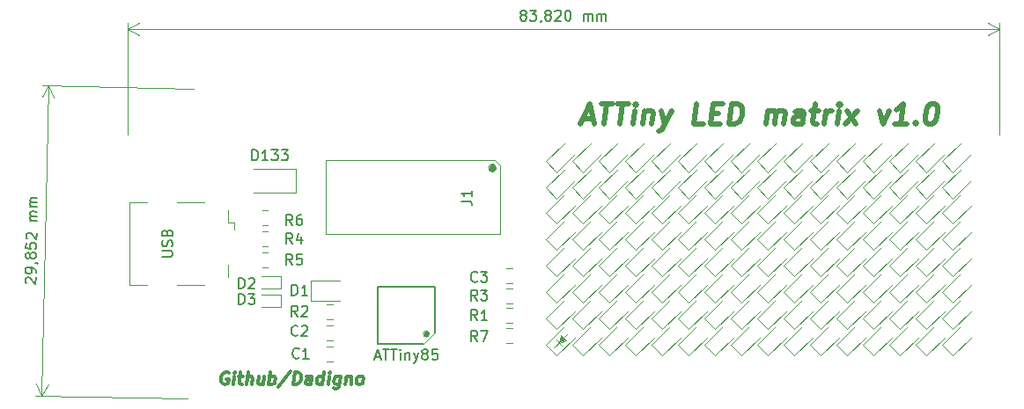
<source format=gbr>
G04 #@! TF.GenerationSoftware,KiCad,Pcbnew,(5.1.5)-3*
G04 #@! TF.CreationDate,2021-03-03T13:10:29+01:00*
G04 #@! TF.ProjectId,LedArray,4c656441-7272-4617-992e-6b696361645f,rev?*
G04 #@! TF.SameCoordinates,Original*
G04 #@! TF.FileFunction,Legend,Top*
G04 #@! TF.FilePolarity,Positive*
%FSLAX46Y46*%
G04 Gerber Fmt 4.6, Leading zero omitted, Abs format (unit mm)*
G04 Created by KiCad (PCBNEW (5.1.5)-3) date 2021-03-03 13:10:29*
%MOMM*%
%LPD*%
G04 APERTURE LIST*
%ADD10C,0.500000*%
%ADD11C,0.150000*%
%ADD12C,0.120000*%
%ADD13C,0.300000*%
%ADD14C,0.100000*%
G04 APERTURE END LIST*
D10*
X78105208Y-94313333D02*
X79057589Y-94313333D01*
X77843303Y-94884761D02*
X78759970Y-92884761D01*
X79176636Y-94884761D01*
X79807589Y-92884761D02*
X80950446Y-92884761D01*
X80129017Y-94884761D02*
X80379017Y-92884761D01*
X81331398Y-92884761D02*
X82474255Y-92884761D01*
X81652827Y-94884761D02*
X81902827Y-92884761D01*
X82890922Y-94884761D02*
X83057589Y-93551428D01*
X83140922Y-92884761D02*
X83033779Y-92980000D01*
X83117113Y-93075238D01*
X83224255Y-92980000D01*
X83140922Y-92884761D01*
X83117113Y-93075238D01*
X84009970Y-93551428D02*
X83843303Y-94884761D01*
X83986160Y-93741904D02*
X84093303Y-93646666D01*
X84295684Y-93551428D01*
X84581398Y-93551428D01*
X84759970Y-93646666D01*
X84831398Y-93837142D01*
X84700446Y-94884761D01*
X85629017Y-93551428D02*
X85938541Y-94884761D01*
X86581398Y-93551428D02*
X85938541Y-94884761D01*
X85688541Y-95360952D01*
X85581398Y-95456190D01*
X85379017Y-95551428D01*
X89652827Y-94884761D02*
X88700446Y-94884761D01*
X88950446Y-92884761D01*
X90450446Y-93837142D02*
X91117113Y-93837142D01*
X91271875Y-94884761D02*
X90319494Y-94884761D01*
X90569494Y-92884761D01*
X91521875Y-92884761D01*
X92129017Y-94884761D02*
X92379017Y-92884761D01*
X92855208Y-92884761D01*
X93129017Y-92980000D01*
X93295684Y-93170476D01*
X93367113Y-93360952D01*
X93414732Y-93741904D01*
X93379017Y-94027619D01*
X93236160Y-94408571D01*
X93117113Y-94599047D01*
X92902827Y-94789523D01*
X92605208Y-94884761D01*
X92129017Y-94884761D01*
X95652827Y-94884761D02*
X95819494Y-93551428D01*
X95795684Y-93741904D02*
X95902827Y-93646666D01*
X96105208Y-93551428D01*
X96390922Y-93551428D01*
X96569494Y-93646666D01*
X96640922Y-93837142D01*
X96509970Y-94884761D01*
X96640922Y-93837142D02*
X96759970Y-93646666D01*
X96962351Y-93551428D01*
X97248065Y-93551428D01*
X97426636Y-93646666D01*
X97498065Y-93837142D01*
X97367113Y-94884761D01*
X99176636Y-94884761D02*
X99307589Y-93837142D01*
X99236160Y-93646666D01*
X99057589Y-93551428D01*
X98676636Y-93551428D01*
X98474255Y-93646666D01*
X99188541Y-94789523D02*
X98986160Y-94884761D01*
X98509970Y-94884761D01*
X98331398Y-94789523D01*
X98259970Y-94599047D01*
X98283779Y-94408571D01*
X98402827Y-94218095D01*
X98605208Y-94122857D01*
X99081398Y-94122857D01*
X99283779Y-94027619D01*
X100009970Y-93551428D02*
X100771875Y-93551428D01*
X100379017Y-92884761D02*
X100164732Y-94599047D01*
X100236160Y-94789523D01*
X100414732Y-94884761D01*
X100605208Y-94884761D01*
X101271875Y-94884761D02*
X101438541Y-93551428D01*
X101390922Y-93932380D02*
X101509970Y-93741904D01*
X101617113Y-93646666D01*
X101819494Y-93551428D01*
X102009970Y-93551428D01*
X102509970Y-94884761D02*
X102676636Y-93551428D01*
X102759970Y-92884761D02*
X102652827Y-92980000D01*
X102736160Y-93075238D01*
X102843303Y-92980000D01*
X102759970Y-92884761D01*
X102736160Y-93075238D01*
X103271875Y-94884761D02*
X104486160Y-93551428D01*
X103438541Y-93551428D02*
X104319494Y-94884761D01*
X106581398Y-93551428D02*
X106890922Y-94884761D01*
X107533779Y-93551428D01*
X109176636Y-94884761D02*
X108033779Y-94884761D01*
X108605208Y-94884761D02*
X108855208Y-92884761D01*
X108629017Y-93170476D01*
X108414732Y-93360952D01*
X108212351Y-93456190D01*
X110057589Y-94694285D02*
X110140922Y-94789523D01*
X110033779Y-94884761D01*
X109950446Y-94789523D01*
X110057589Y-94694285D01*
X110033779Y-94884761D01*
X111617113Y-92884761D02*
X111807589Y-92884761D01*
X111986160Y-92980000D01*
X112069494Y-93075238D01*
X112140922Y-93265714D01*
X112188541Y-93646666D01*
X112129017Y-94122857D01*
X111986160Y-94503809D01*
X111867113Y-94694285D01*
X111759970Y-94789523D01*
X111557589Y-94884761D01*
X111367113Y-94884761D01*
X111188541Y-94789523D01*
X111105208Y-94694285D01*
X111033779Y-94503809D01*
X110986160Y-94122857D01*
X111045684Y-93646666D01*
X111188541Y-93265714D01*
X111307589Y-93075238D01*
X111414732Y-92980000D01*
X111617113Y-92884761D01*
D11*
X24521694Y-110170107D02*
X24475099Y-110121486D01*
X24429516Y-110025257D01*
X24434581Y-109787215D01*
X24484215Y-109693012D01*
X24532836Y-109646416D01*
X24629066Y-109600834D01*
X24724282Y-109602860D01*
X24866094Y-109653507D01*
X25425238Y-110236961D01*
X25438406Y-109618054D01*
X25448536Y-109141971D02*
X25452588Y-108951538D01*
X25407005Y-108855309D01*
X25360410Y-108806687D01*
X25219611Y-108708432D01*
X25030191Y-108656772D01*
X24649325Y-108648668D01*
X24553095Y-108694251D01*
X24504474Y-108740846D01*
X24454840Y-108835050D01*
X24450788Y-109025483D01*
X24496370Y-109121712D01*
X24542966Y-109170334D01*
X24637169Y-109219968D01*
X24875211Y-109225032D01*
X24971440Y-109179450D01*
X25020061Y-109132855D01*
X25069696Y-109038651D01*
X25073747Y-108848218D01*
X25028165Y-108751989D01*
X24981570Y-108703367D01*
X24887366Y-108653733D01*
X25421186Y-108188793D02*
X25468795Y-108189806D01*
X25562998Y-108239440D01*
X25609594Y-108288061D01*
X24909651Y-107606351D02*
X24860017Y-107700555D01*
X24811395Y-107747150D01*
X24715166Y-107792732D01*
X24667558Y-107791720D01*
X24573354Y-107742085D01*
X24526759Y-107693464D01*
X24481176Y-107597235D01*
X24485228Y-107406802D01*
X24534862Y-107312598D01*
X24583483Y-107266003D01*
X24679713Y-107220420D01*
X24727321Y-107221433D01*
X24821525Y-107271067D01*
X24868120Y-107319689D01*
X24913703Y-107415918D01*
X24909651Y-107606351D01*
X24955233Y-107702581D01*
X25001828Y-107751202D01*
X25096032Y-107800836D01*
X25286465Y-107804888D01*
X25382695Y-107759305D01*
X25431316Y-107712710D01*
X25480950Y-107618506D01*
X25485002Y-107428073D01*
X25439419Y-107331844D01*
X25392824Y-107283223D01*
X25298620Y-107233589D01*
X25108187Y-107229537D01*
X25011958Y-107275119D01*
X24963337Y-107321714D01*
X24913703Y-107415918D01*
X24508526Y-106311811D02*
X24498396Y-106787894D01*
X24973466Y-106845632D01*
X24926871Y-106797011D01*
X24881288Y-106700781D01*
X24886353Y-106462740D01*
X24935987Y-106368536D01*
X24984608Y-106321941D01*
X25080838Y-106276358D01*
X25318879Y-106281423D01*
X25413083Y-106331057D01*
X25459678Y-106379678D01*
X25505261Y-106475908D01*
X25500196Y-106713949D01*
X25450562Y-106808153D01*
X25401941Y-106854748D01*
X24612859Y-105885363D02*
X24566263Y-105836742D01*
X24520681Y-105740512D01*
X24525746Y-105502471D01*
X24575380Y-105408267D01*
X24624001Y-105361672D01*
X24720231Y-105316089D01*
X24815447Y-105318115D01*
X24957259Y-105368762D01*
X25516403Y-105952217D01*
X25529571Y-105333309D01*
X25554895Y-104143103D02*
X24888379Y-104128921D01*
X24983595Y-104130947D02*
X24937000Y-104082326D01*
X24891418Y-103986097D01*
X24894457Y-103843272D01*
X24944091Y-103749068D01*
X25040320Y-103703486D01*
X25564011Y-103714628D01*
X25040320Y-103703486D02*
X24946117Y-103653852D01*
X24900534Y-103557622D01*
X24903573Y-103414797D01*
X24953207Y-103320594D01*
X25049437Y-103275011D01*
X25573128Y-103286154D01*
X25583257Y-102810071D02*
X24916741Y-102795890D01*
X25011958Y-102797916D02*
X24965363Y-102749294D01*
X24919780Y-102653065D01*
X24922819Y-102510240D01*
X24972453Y-102416036D01*
X25068683Y-102370454D01*
X25592374Y-102381596D01*
X25068683Y-102370454D02*
X24974479Y-102320820D01*
X24928897Y-102224590D01*
X24931935Y-102081766D01*
X24981570Y-101987562D01*
X25077799Y-101941980D01*
X25601490Y-101953122D01*
D12*
X26649312Y-91142326D02*
X26014312Y-120987326D01*
X40640000Y-91440000D02*
X26063024Y-91129852D01*
X40005000Y-121285000D02*
X25428024Y-120974852D01*
X26014312Y-120987326D02*
X25451987Y-119848603D01*
X26014312Y-120987326D02*
X26624563Y-119873551D01*
X26649312Y-91142326D02*
X26039061Y-92256101D01*
X26649312Y-91142326D02*
X27211637Y-92281049D01*
D11*
X72247619Y-84335952D02*
X72152380Y-84288333D01*
X72104761Y-84240714D01*
X72057142Y-84145476D01*
X72057142Y-84097857D01*
X72104761Y-84002619D01*
X72152380Y-83955000D01*
X72247619Y-83907380D01*
X72438095Y-83907380D01*
X72533333Y-83955000D01*
X72580952Y-84002619D01*
X72628571Y-84097857D01*
X72628571Y-84145476D01*
X72580952Y-84240714D01*
X72533333Y-84288333D01*
X72438095Y-84335952D01*
X72247619Y-84335952D01*
X72152380Y-84383571D01*
X72104761Y-84431190D01*
X72057142Y-84526428D01*
X72057142Y-84716904D01*
X72104761Y-84812142D01*
X72152380Y-84859761D01*
X72247619Y-84907380D01*
X72438095Y-84907380D01*
X72533333Y-84859761D01*
X72580952Y-84812142D01*
X72628571Y-84716904D01*
X72628571Y-84526428D01*
X72580952Y-84431190D01*
X72533333Y-84383571D01*
X72438095Y-84335952D01*
X72961904Y-83907380D02*
X73580952Y-83907380D01*
X73247619Y-84288333D01*
X73390476Y-84288333D01*
X73485714Y-84335952D01*
X73533333Y-84383571D01*
X73580952Y-84478809D01*
X73580952Y-84716904D01*
X73533333Y-84812142D01*
X73485714Y-84859761D01*
X73390476Y-84907380D01*
X73104761Y-84907380D01*
X73009523Y-84859761D01*
X72961904Y-84812142D01*
X74057142Y-84859761D02*
X74057142Y-84907380D01*
X74009523Y-85002619D01*
X73961904Y-85050238D01*
X74628571Y-84335952D02*
X74533333Y-84288333D01*
X74485714Y-84240714D01*
X74438095Y-84145476D01*
X74438095Y-84097857D01*
X74485714Y-84002619D01*
X74533333Y-83955000D01*
X74628571Y-83907380D01*
X74819047Y-83907380D01*
X74914285Y-83955000D01*
X74961904Y-84002619D01*
X75009523Y-84097857D01*
X75009523Y-84145476D01*
X74961904Y-84240714D01*
X74914285Y-84288333D01*
X74819047Y-84335952D01*
X74628571Y-84335952D01*
X74533333Y-84383571D01*
X74485714Y-84431190D01*
X74438095Y-84526428D01*
X74438095Y-84716904D01*
X74485714Y-84812142D01*
X74533333Y-84859761D01*
X74628571Y-84907380D01*
X74819047Y-84907380D01*
X74914285Y-84859761D01*
X74961904Y-84812142D01*
X75009523Y-84716904D01*
X75009523Y-84526428D01*
X74961904Y-84431190D01*
X74914285Y-84383571D01*
X74819047Y-84335952D01*
X75390476Y-84002619D02*
X75438095Y-83955000D01*
X75533333Y-83907380D01*
X75771428Y-83907380D01*
X75866666Y-83955000D01*
X75914285Y-84002619D01*
X75961904Y-84097857D01*
X75961904Y-84193095D01*
X75914285Y-84335952D01*
X75342857Y-84907380D01*
X75961904Y-84907380D01*
X76580952Y-83907380D02*
X76676190Y-83907380D01*
X76771428Y-83955000D01*
X76819047Y-84002619D01*
X76866666Y-84097857D01*
X76914285Y-84288333D01*
X76914285Y-84526428D01*
X76866666Y-84716904D01*
X76819047Y-84812142D01*
X76771428Y-84859761D01*
X76676190Y-84907380D01*
X76580952Y-84907380D01*
X76485714Y-84859761D01*
X76438095Y-84812142D01*
X76390476Y-84716904D01*
X76342857Y-84526428D01*
X76342857Y-84288333D01*
X76390476Y-84097857D01*
X76438095Y-84002619D01*
X76485714Y-83955000D01*
X76580952Y-83907380D01*
X78104761Y-84907380D02*
X78104761Y-84240714D01*
X78104761Y-84335952D02*
X78152380Y-84288333D01*
X78247619Y-84240714D01*
X78390476Y-84240714D01*
X78485714Y-84288333D01*
X78533333Y-84383571D01*
X78533333Y-84907380D01*
X78533333Y-84383571D02*
X78580952Y-84288333D01*
X78676190Y-84240714D01*
X78819047Y-84240714D01*
X78914285Y-84288333D01*
X78961904Y-84383571D01*
X78961904Y-84907380D01*
X79438095Y-84907380D02*
X79438095Y-84240714D01*
X79438095Y-84335952D02*
X79485714Y-84288333D01*
X79580952Y-84240714D01*
X79723809Y-84240714D01*
X79819047Y-84288333D01*
X79866666Y-84383571D01*
X79866666Y-84907380D01*
X79866666Y-84383571D02*
X79914285Y-84288333D01*
X80009523Y-84240714D01*
X80152380Y-84240714D01*
X80247619Y-84288333D01*
X80295238Y-84383571D01*
X80295238Y-84907380D01*
D12*
X118110000Y-85725000D02*
X34290000Y-85725000D01*
X118110000Y-95885000D02*
X118110000Y-85138579D01*
X34290000Y-95885000D02*
X34290000Y-85138579D01*
X34290000Y-85725000D02*
X35416504Y-85138579D01*
X34290000Y-85725000D02*
X35416504Y-86311421D01*
X118110000Y-85725000D02*
X116983496Y-85138579D01*
X118110000Y-85725000D02*
X116983496Y-86311421D01*
D13*
X44006696Y-118780000D02*
X43899553Y-118722857D01*
X43728125Y-118722857D01*
X43549553Y-118780000D01*
X43420982Y-118894285D01*
X43349553Y-119008571D01*
X43263839Y-119237142D01*
X43242410Y-119408571D01*
X43270982Y-119637142D01*
X43313839Y-119751428D01*
X43413839Y-119865714D01*
X43578125Y-119922857D01*
X43692410Y-119922857D01*
X43870982Y-119865714D01*
X43935267Y-119808571D01*
X43985267Y-119408571D01*
X43756696Y-119408571D01*
X44435267Y-119922857D02*
X44535267Y-119122857D01*
X44585267Y-118722857D02*
X44520982Y-118780000D01*
X44570982Y-118837142D01*
X44635267Y-118780000D01*
X44585267Y-118722857D01*
X44570982Y-118837142D01*
X44935267Y-119122857D02*
X45392410Y-119122857D01*
X45156696Y-118722857D02*
X45028125Y-119751428D01*
X45070982Y-119865714D01*
X45178125Y-119922857D01*
X45292410Y-119922857D01*
X45692410Y-119922857D02*
X45842410Y-118722857D01*
X46206696Y-119922857D02*
X46285267Y-119294285D01*
X46242410Y-119180000D01*
X46135267Y-119122857D01*
X45963839Y-119122857D01*
X45842410Y-119180000D01*
X45778125Y-119237142D01*
X47392410Y-119122857D02*
X47292410Y-119922857D01*
X46878125Y-119122857D02*
X46799553Y-119751428D01*
X46842410Y-119865714D01*
X46949553Y-119922857D01*
X47120982Y-119922857D01*
X47242410Y-119865714D01*
X47306696Y-119808571D01*
X47863839Y-119922857D02*
X48013839Y-118722857D01*
X47956696Y-119180000D02*
X48078125Y-119122857D01*
X48306696Y-119122857D01*
X48413839Y-119180000D01*
X48463839Y-119237142D01*
X48506696Y-119351428D01*
X48463839Y-119694285D01*
X48392410Y-119808571D01*
X48328125Y-119865714D01*
X48206696Y-119922857D01*
X47978125Y-119922857D01*
X47870982Y-119865714D01*
X49963839Y-118665714D02*
X48742410Y-120208571D01*
X50206696Y-119922857D02*
X50356696Y-118722857D01*
X50642410Y-118722857D01*
X50806696Y-118780000D01*
X50906696Y-118894285D01*
X50949553Y-119008571D01*
X50978125Y-119237142D01*
X50956696Y-119408571D01*
X50870982Y-119637142D01*
X50799553Y-119751428D01*
X50670982Y-119865714D01*
X50492410Y-119922857D01*
X50206696Y-119922857D01*
X51920982Y-119922857D02*
X51999553Y-119294285D01*
X51956696Y-119180000D01*
X51849553Y-119122857D01*
X51620982Y-119122857D01*
X51499553Y-119180000D01*
X51928125Y-119865714D02*
X51806696Y-119922857D01*
X51520982Y-119922857D01*
X51413839Y-119865714D01*
X51370982Y-119751428D01*
X51385267Y-119637142D01*
X51456696Y-119522857D01*
X51578125Y-119465714D01*
X51863839Y-119465714D01*
X51985267Y-119408571D01*
X53006696Y-119922857D02*
X53156696Y-118722857D01*
X53013839Y-119865714D02*
X52892410Y-119922857D01*
X52663839Y-119922857D01*
X52556696Y-119865714D01*
X52506696Y-119808571D01*
X52463839Y-119694285D01*
X52506696Y-119351428D01*
X52578125Y-119237142D01*
X52642410Y-119180000D01*
X52763839Y-119122857D01*
X52992410Y-119122857D01*
X53099553Y-119180000D01*
X53578125Y-119922857D02*
X53678125Y-119122857D01*
X53728125Y-118722857D02*
X53663839Y-118780000D01*
X53713839Y-118837142D01*
X53778125Y-118780000D01*
X53728125Y-118722857D01*
X53713839Y-118837142D01*
X54763839Y-119122857D02*
X54642410Y-120094285D01*
X54570982Y-120208571D01*
X54506696Y-120265714D01*
X54385267Y-120322857D01*
X54213839Y-120322857D01*
X54106696Y-120265714D01*
X54670982Y-119865714D02*
X54549553Y-119922857D01*
X54320982Y-119922857D01*
X54213839Y-119865714D01*
X54163839Y-119808571D01*
X54120982Y-119694285D01*
X54163839Y-119351428D01*
X54235267Y-119237142D01*
X54299553Y-119180000D01*
X54420982Y-119122857D01*
X54649553Y-119122857D01*
X54756696Y-119180000D01*
X55335267Y-119122857D02*
X55235267Y-119922857D01*
X55320982Y-119237142D02*
X55385267Y-119180000D01*
X55506696Y-119122857D01*
X55678125Y-119122857D01*
X55785267Y-119180000D01*
X55828125Y-119294285D01*
X55749553Y-119922857D01*
X56492410Y-119922857D02*
X56385267Y-119865714D01*
X56335267Y-119808571D01*
X56292410Y-119694285D01*
X56335267Y-119351428D01*
X56406696Y-119237142D01*
X56470982Y-119180000D01*
X56592410Y-119122857D01*
X56763839Y-119122857D01*
X56870982Y-119180000D01*
X56920982Y-119237142D01*
X56963839Y-119351428D01*
X56920982Y-119694285D01*
X56849553Y-119808571D01*
X56785267Y-119865714D01*
X56663839Y-119922857D01*
X56492410Y-119922857D01*
D11*
X63837000Y-110529000D02*
X58337000Y-110529000D01*
X62738000Y-116039000D02*
X58337000Y-116039000D01*
X58337000Y-116039000D02*
X58337000Y-110529000D01*
X63837000Y-114935000D02*
X63837000Y-110529000D01*
D12*
X63275981Y-115062000D02*
G75*
G03X63275981Y-115062000I-283981J0D01*
G01*
X63119000Y-115062000D02*
G75*
G03X63119000Y-115062000I-127000J0D01*
G01*
D14*
G36*
X62738000Y-115062000D02*
G01*
X62992000Y-114808000D01*
X63246000Y-115062000D01*
X62992000Y-115316000D01*
X62738000Y-115062000D01*
G37*
X62738000Y-115062000D02*
X62992000Y-114808000D01*
X63246000Y-115062000D01*
X62992000Y-115316000D01*
X62738000Y-115062000D01*
D12*
X62738000Y-114935000D02*
X62992000Y-114808000D01*
X63246000Y-114935000D02*
X62992000Y-114808000D01*
X62738000Y-116039000D02*
X63837000Y-114935000D01*
X75545926Y-117136521D02*
X77285409Y-115397038D01*
X74506479Y-116097074D02*
X75545926Y-117136521D01*
X76245962Y-114357591D02*
X74506479Y-116097074D01*
X75481580Y-115622605D02*
X76020395Y-116161420D01*
X75750987Y-115892013D02*
X75930592Y-115173592D01*
X76379605Y-115622605D02*
X76020395Y-115263395D01*
X75930592Y-115173592D02*
X76469408Y-115712408D01*
X76469408Y-115712408D02*
X75750987Y-115892013D01*
X75750987Y-115892013D02*
X75301974Y-116341026D01*
X75301974Y-116341026D02*
X76649013Y-114993987D01*
X76110197Y-115353197D02*
X75930592Y-115712408D01*
X75930592Y-115712408D02*
X75840790Y-115622605D01*
X75840790Y-115622605D02*
X76020395Y-115263395D01*
X76020395Y-115263395D02*
X75840790Y-115802210D01*
X75840790Y-115802210D02*
X76379605Y-115622605D01*
X76379605Y-115622605D02*
X76020395Y-115622605D01*
X76020395Y-115622605D02*
X76289803Y-115532803D01*
X47179000Y-111287000D02*
X49029000Y-111287000D01*
X47179000Y-112487000D02*
X49029000Y-112487000D01*
X49029000Y-112487000D02*
X49029000Y-111287000D01*
X47179000Y-109509000D02*
X49029000Y-109509000D01*
X47179000Y-110709000D02*
X49029000Y-110709000D01*
X49029000Y-110709000D02*
X49029000Y-109509000D01*
X34477600Y-110335200D02*
X36137600Y-110335200D01*
X34477600Y-102415200D02*
X34477600Y-110335200D01*
X36137600Y-102415200D02*
X34477600Y-102415200D01*
X43947600Y-108425200D02*
X43947600Y-109575200D01*
X44537600Y-104325200D02*
X44537600Y-105025200D01*
X43947600Y-104325200D02*
X44537600Y-104325200D01*
X43947600Y-103175200D02*
X43947600Y-104325200D01*
X41637600Y-110335200D02*
X39037600Y-110335200D01*
X39037600Y-102415200D02*
X41637600Y-102415200D01*
X51861000Y-111831000D02*
X54721000Y-111831000D01*
X51861000Y-109911000D02*
X51861000Y-111831000D01*
X54721000Y-109911000D02*
X51861000Y-109911000D01*
X53459748Y-115645000D02*
X53982252Y-115645000D01*
X53459748Y-114225000D02*
X53982252Y-114225000D01*
D14*
G36*
X69621400Y-99237800D02*
G01*
X69494400Y-99364800D01*
X69367400Y-99390200D01*
X69164200Y-99364800D01*
X69062600Y-99187000D01*
X69113400Y-98907600D01*
X69240400Y-98780600D01*
X69418200Y-98780600D01*
X69570600Y-98856800D01*
X69646800Y-99060000D01*
X69621400Y-99237800D01*
G37*
X69621400Y-99237800D02*
X69494400Y-99364800D01*
X69367400Y-99390200D01*
X69164200Y-99364800D01*
X69062600Y-99187000D01*
X69113400Y-98907600D01*
X69240400Y-98780600D01*
X69418200Y-98780600D01*
X69570600Y-98856800D01*
X69646800Y-99060000D01*
X69621400Y-99237800D01*
D12*
X69701210Y-99060000D02*
G75*
G03X69701210Y-99060000I-359210J0D01*
G01*
X70104000Y-105410000D02*
X70104000Y-98806000D01*
X53340000Y-105410000D02*
X70104000Y-105410000D01*
X53340000Y-98298000D02*
X53340000Y-105410000D01*
X69596000Y-98298000D02*
X53340000Y-98298000D01*
X70104000Y-98806000D02*
X69596000Y-98298000D01*
X113645926Y-117136521D02*
X115385409Y-115397038D01*
X112606479Y-116097074D02*
X113645926Y-117136521D01*
X114345962Y-114357591D02*
X112606479Y-116097074D01*
X113645926Y-114596521D02*
X115385409Y-112857038D01*
X112606479Y-113557074D02*
X113645926Y-114596521D01*
X114345962Y-111817591D02*
X112606479Y-113557074D01*
X113645926Y-112056521D02*
X115385409Y-110317038D01*
X112606479Y-111017074D02*
X113645926Y-112056521D01*
X114345962Y-109277591D02*
X112606479Y-111017074D01*
X114345962Y-106737591D02*
X112606479Y-108477074D01*
X112606479Y-108477074D02*
X113645926Y-109516521D01*
X113645926Y-109516521D02*
X115385409Y-107777038D01*
X113645926Y-106976521D02*
X115385409Y-105237038D01*
X112606479Y-105937074D02*
X113645926Y-106976521D01*
X114345962Y-104197591D02*
X112606479Y-105937074D01*
X113645926Y-104436521D02*
X115385409Y-102697038D01*
X112606479Y-103397074D02*
X113645926Y-104436521D01*
X114345962Y-101657591D02*
X112606479Y-103397074D01*
X113645926Y-102023521D02*
X115385409Y-100284038D01*
X112606479Y-100984074D02*
X113645926Y-102023521D01*
X114345962Y-99244591D02*
X112606479Y-100984074D01*
X113645926Y-99483521D02*
X115385409Y-97744038D01*
X112606479Y-98444074D02*
X113645926Y-99483521D01*
X114345962Y-96704591D02*
X112606479Y-98444074D01*
X111105926Y-117136521D02*
X112845409Y-115397038D01*
X110066479Y-116097074D02*
X111105926Y-117136521D01*
X111805962Y-114357591D02*
X110066479Y-116097074D01*
X111105926Y-114596521D02*
X112845409Y-112857038D01*
X110066479Y-113557074D02*
X111105926Y-114596521D01*
X111805962Y-111817591D02*
X110066479Y-113557074D01*
X111105926Y-112056521D02*
X112845409Y-110317038D01*
X110066479Y-111017074D02*
X111105926Y-112056521D01*
X111805962Y-109277591D02*
X110066479Y-111017074D01*
X111805962Y-106737591D02*
X110066479Y-108477074D01*
X110066479Y-108477074D02*
X111105926Y-109516521D01*
X111105926Y-109516521D02*
X112845409Y-107777038D01*
X111105926Y-106976521D02*
X112845409Y-105237038D01*
X110066479Y-105937074D02*
X111105926Y-106976521D01*
X111805962Y-104197591D02*
X110066479Y-105937074D01*
X111105926Y-104436521D02*
X112845409Y-102697038D01*
X110066479Y-103397074D02*
X111105926Y-104436521D01*
X111805962Y-101657591D02*
X110066479Y-103397074D01*
X111105926Y-102023521D02*
X112845409Y-100284038D01*
X110066479Y-100984074D02*
X111105926Y-102023521D01*
X111805962Y-99244591D02*
X110066479Y-100984074D01*
X111105926Y-99483521D02*
X112845409Y-97744038D01*
X110066479Y-98444074D02*
X111105926Y-99483521D01*
X111805962Y-96704591D02*
X110066479Y-98444074D01*
X108565926Y-117136521D02*
X110305409Y-115397038D01*
X107526479Y-116097074D02*
X108565926Y-117136521D01*
X109265962Y-114357591D02*
X107526479Y-116097074D01*
X108565926Y-114596521D02*
X110305409Y-112857038D01*
X107526479Y-113557074D02*
X108565926Y-114596521D01*
X109265962Y-111817591D02*
X107526479Y-113557074D01*
X108565926Y-112056521D02*
X110305409Y-110317038D01*
X107526479Y-111017074D02*
X108565926Y-112056521D01*
X109265962Y-109277591D02*
X107526479Y-111017074D01*
X109265962Y-106737591D02*
X107526479Y-108477074D01*
X107526479Y-108477074D02*
X108565926Y-109516521D01*
X108565926Y-109516521D02*
X110305409Y-107777038D01*
X108565926Y-106976521D02*
X110305409Y-105237038D01*
X107526479Y-105937074D02*
X108565926Y-106976521D01*
X109265962Y-104197591D02*
X107526479Y-105937074D01*
X108565926Y-104436521D02*
X110305409Y-102697038D01*
X107526479Y-103397074D02*
X108565926Y-104436521D01*
X109265962Y-101657591D02*
X107526479Y-103397074D01*
X108565926Y-102023521D02*
X110305409Y-100284038D01*
X107526479Y-100984074D02*
X108565926Y-102023521D01*
X109265962Y-99244591D02*
X107526479Y-100984074D01*
X108565926Y-99483521D02*
X110305409Y-97744038D01*
X107526479Y-98444074D02*
X108565926Y-99483521D01*
X109265962Y-96704591D02*
X107526479Y-98444074D01*
X106025926Y-117136521D02*
X107765409Y-115397038D01*
X104986479Y-116097074D02*
X106025926Y-117136521D01*
X106725962Y-114357591D02*
X104986479Y-116097074D01*
X106025926Y-114596521D02*
X107765409Y-112857038D01*
X104986479Y-113557074D02*
X106025926Y-114596521D01*
X106725962Y-111817591D02*
X104986479Y-113557074D01*
X106025926Y-112056521D02*
X107765409Y-110317038D01*
X104986479Y-111017074D02*
X106025926Y-112056521D01*
X106725962Y-109277591D02*
X104986479Y-111017074D01*
X106725962Y-106737591D02*
X104986479Y-108477074D01*
X104986479Y-108477074D02*
X106025926Y-109516521D01*
X106025926Y-109516521D02*
X107765409Y-107777038D01*
X106025926Y-106976521D02*
X107765409Y-105237038D01*
X104986479Y-105937074D02*
X106025926Y-106976521D01*
X106725962Y-104197591D02*
X104986479Y-105937074D01*
X106025926Y-104436521D02*
X107765409Y-102697038D01*
X104986479Y-103397074D02*
X106025926Y-104436521D01*
X106725962Y-101657591D02*
X104986479Y-103397074D01*
X106025926Y-102023521D02*
X107765409Y-100284038D01*
X104986479Y-100984074D02*
X106025926Y-102023521D01*
X106725962Y-99244591D02*
X104986479Y-100984074D01*
X106025926Y-99483521D02*
X107765409Y-97744038D01*
X104986479Y-98444074D02*
X106025926Y-99483521D01*
X106725962Y-96704591D02*
X104986479Y-98444074D01*
X103485926Y-117136521D02*
X105225409Y-115397038D01*
X102446479Y-116097074D02*
X103485926Y-117136521D01*
X104185962Y-114357591D02*
X102446479Y-116097074D01*
X103485926Y-114596521D02*
X105225409Y-112857038D01*
X102446479Y-113557074D02*
X103485926Y-114596521D01*
X104185962Y-111817591D02*
X102446479Y-113557074D01*
X103485926Y-112056521D02*
X105225409Y-110317038D01*
X102446479Y-111017074D02*
X103485926Y-112056521D01*
X104185962Y-109277591D02*
X102446479Y-111017074D01*
X104185962Y-106737591D02*
X102446479Y-108477074D01*
X102446479Y-108477074D02*
X103485926Y-109516521D01*
X103485926Y-109516521D02*
X105225409Y-107777038D01*
X103485926Y-106976521D02*
X105225409Y-105237038D01*
X102446479Y-105937074D02*
X103485926Y-106976521D01*
X104185962Y-104197591D02*
X102446479Y-105937074D01*
X103485926Y-104436521D02*
X105225409Y-102697038D01*
X102446479Y-103397074D02*
X103485926Y-104436521D01*
X104185962Y-101657591D02*
X102446479Y-103397074D01*
X103485926Y-102023521D02*
X105225409Y-100284038D01*
X102446479Y-100984074D02*
X103485926Y-102023521D01*
X104185962Y-99244591D02*
X102446479Y-100984074D01*
X103485926Y-99483521D02*
X105225409Y-97744038D01*
X102446479Y-98444074D02*
X103485926Y-99483521D01*
X104185962Y-96704591D02*
X102446479Y-98444074D01*
X100945926Y-117136521D02*
X102685409Y-115397038D01*
X99906479Y-116097074D02*
X100945926Y-117136521D01*
X101645962Y-114357591D02*
X99906479Y-116097074D01*
X100945926Y-114596521D02*
X102685409Y-112857038D01*
X99906479Y-113557074D02*
X100945926Y-114596521D01*
X101645962Y-111817591D02*
X99906479Y-113557074D01*
X100945926Y-112056521D02*
X102685409Y-110317038D01*
X99906479Y-111017074D02*
X100945926Y-112056521D01*
X101645962Y-109277591D02*
X99906479Y-111017074D01*
X101645962Y-106737591D02*
X99906479Y-108477074D01*
X99906479Y-108477074D02*
X100945926Y-109516521D01*
X100945926Y-109516521D02*
X102685409Y-107777038D01*
X100945926Y-106976521D02*
X102685409Y-105237038D01*
X99906479Y-105937074D02*
X100945926Y-106976521D01*
X101645962Y-104197591D02*
X99906479Y-105937074D01*
X100945926Y-104436521D02*
X102685409Y-102697038D01*
X99906479Y-103397074D02*
X100945926Y-104436521D01*
X101645962Y-101657591D02*
X99906479Y-103397074D01*
X100945926Y-102023521D02*
X102685409Y-100284038D01*
X99906479Y-100984074D02*
X100945926Y-102023521D01*
X101645962Y-99244591D02*
X99906479Y-100984074D01*
X100945926Y-99483521D02*
X102685409Y-97744038D01*
X99906479Y-98444074D02*
X100945926Y-99483521D01*
X101645962Y-96704591D02*
X99906479Y-98444074D01*
X98405926Y-117136521D02*
X100145409Y-115397038D01*
X97366479Y-116097074D02*
X98405926Y-117136521D01*
X99105962Y-114357591D02*
X97366479Y-116097074D01*
X98405926Y-114596521D02*
X100145409Y-112857038D01*
X97366479Y-113557074D02*
X98405926Y-114596521D01*
X99105962Y-111817591D02*
X97366479Y-113557074D01*
X98405926Y-112056521D02*
X100145409Y-110317038D01*
X97366479Y-111017074D02*
X98405926Y-112056521D01*
X99105962Y-109277591D02*
X97366479Y-111017074D01*
X99105962Y-106737591D02*
X97366479Y-108477074D01*
X97366479Y-108477074D02*
X98405926Y-109516521D01*
X98405926Y-109516521D02*
X100145409Y-107777038D01*
X98405926Y-106976521D02*
X100145409Y-105237038D01*
X97366479Y-105937074D02*
X98405926Y-106976521D01*
X99105962Y-104197591D02*
X97366479Y-105937074D01*
X98405926Y-104436521D02*
X100145409Y-102697038D01*
X97366479Y-103397074D02*
X98405926Y-104436521D01*
X99105962Y-101657591D02*
X97366479Y-103397074D01*
X98405926Y-102023521D02*
X100145409Y-100284038D01*
X97366479Y-100984074D02*
X98405926Y-102023521D01*
X99105962Y-99244591D02*
X97366479Y-100984074D01*
X98405926Y-99483521D02*
X100145409Y-97744038D01*
X97366479Y-98444074D02*
X98405926Y-99483521D01*
X99105962Y-96704591D02*
X97366479Y-98444074D01*
X95865926Y-117136521D02*
X97605409Y-115397038D01*
X94826479Y-116097074D02*
X95865926Y-117136521D01*
X96565962Y-114357591D02*
X94826479Y-116097074D01*
X95865926Y-114596521D02*
X97605409Y-112857038D01*
X94826479Y-113557074D02*
X95865926Y-114596521D01*
X96565962Y-111817591D02*
X94826479Y-113557074D01*
X95865926Y-112056521D02*
X97605409Y-110317038D01*
X94826479Y-111017074D02*
X95865926Y-112056521D01*
X96565962Y-109277591D02*
X94826479Y-111017074D01*
X96565962Y-106737591D02*
X94826479Y-108477074D01*
X94826479Y-108477074D02*
X95865926Y-109516521D01*
X95865926Y-109516521D02*
X97605409Y-107777038D01*
X95865926Y-106976521D02*
X97605409Y-105237038D01*
X94826479Y-105937074D02*
X95865926Y-106976521D01*
X96565962Y-104197591D02*
X94826479Y-105937074D01*
X95865926Y-104436521D02*
X97605409Y-102697038D01*
X94826479Y-103397074D02*
X95865926Y-104436521D01*
X96565962Y-101657591D02*
X94826479Y-103397074D01*
X95865926Y-102023521D02*
X97605409Y-100284038D01*
X94826479Y-100984074D02*
X95865926Y-102023521D01*
X96565962Y-99244591D02*
X94826479Y-100984074D01*
X95865926Y-99483521D02*
X97605409Y-97744038D01*
X94826479Y-98444074D02*
X95865926Y-99483521D01*
X96565962Y-96704591D02*
X94826479Y-98444074D01*
X93325926Y-117136521D02*
X95065409Y-115397038D01*
X92286479Y-116097074D02*
X93325926Y-117136521D01*
X94025962Y-114357591D02*
X92286479Y-116097074D01*
X93325926Y-114596521D02*
X95065409Y-112857038D01*
X92286479Y-113557074D02*
X93325926Y-114596521D01*
X94025962Y-111817591D02*
X92286479Y-113557074D01*
X93325926Y-112056521D02*
X95065409Y-110317038D01*
X92286479Y-111017074D02*
X93325926Y-112056521D01*
X94025962Y-109277591D02*
X92286479Y-111017074D01*
X94025962Y-106737591D02*
X92286479Y-108477074D01*
X92286479Y-108477074D02*
X93325926Y-109516521D01*
X93325926Y-109516521D02*
X95065409Y-107777038D01*
X93325926Y-106976521D02*
X95065409Y-105237038D01*
X92286479Y-105937074D02*
X93325926Y-106976521D01*
X94025962Y-104197591D02*
X92286479Y-105937074D01*
X93325926Y-104436521D02*
X95065409Y-102697038D01*
X92286479Y-103397074D02*
X93325926Y-104436521D01*
X94025962Y-101657591D02*
X92286479Y-103397074D01*
X93325926Y-102023521D02*
X95065409Y-100284038D01*
X92286479Y-100984074D02*
X93325926Y-102023521D01*
X94025962Y-99244591D02*
X92286479Y-100984074D01*
X93325926Y-99483521D02*
X95065409Y-97744038D01*
X92286479Y-98444074D02*
X93325926Y-99483521D01*
X94025962Y-96704591D02*
X92286479Y-98444074D01*
X90785926Y-117136521D02*
X92525409Y-115397038D01*
X89746479Y-116097074D02*
X90785926Y-117136521D01*
X91485962Y-114357591D02*
X89746479Y-116097074D01*
X90785926Y-114596521D02*
X92525409Y-112857038D01*
X89746479Y-113557074D02*
X90785926Y-114596521D01*
X91485962Y-111817591D02*
X89746479Y-113557074D01*
X90785926Y-112056521D02*
X92525409Y-110317038D01*
X89746479Y-111017074D02*
X90785926Y-112056521D01*
X91485962Y-109277591D02*
X89746479Y-111017074D01*
X91485962Y-106737591D02*
X89746479Y-108477074D01*
X89746479Y-108477074D02*
X90785926Y-109516521D01*
X90785926Y-109516521D02*
X92525409Y-107777038D01*
X90785926Y-106976521D02*
X92525409Y-105237038D01*
X89746479Y-105937074D02*
X90785926Y-106976521D01*
X91485962Y-104197591D02*
X89746479Y-105937074D01*
X90785926Y-104436521D02*
X92525409Y-102697038D01*
X89746479Y-103397074D02*
X90785926Y-104436521D01*
X91485962Y-101657591D02*
X89746479Y-103397074D01*
X90785926Y-102023521D02*
X92525409Y-100284038D01*
X89746479Y-100984074D02*
X90785926Y-102023521D01*
X91485962Y-99244591D02*
X89746479Y-100984074D01*
X90785926Y-99483521D02*
X92525409Y-97744038D01*
X89746479Y-98444074D02*
X90785926Y-99483521D01*
X91485962Y-96704591D02*
X89746479Y-98444074D01*
X88245926Y-117136521D02*
X89985409Y-115397038D01*
X87206479Y-116097074D02*
X88245926Y-117136521D01*
X88945962Y-114357591D02*
X87206479Y-116097074D01*
X88245926Y-114596521D02*
X89985409Y-112857038D01*
X87206479Y-113557074D02*
X88245926Y-114596521D01*
X88945962Y-111817591D02*
X87206479Y-113557074D01*
X88245926Y-112056521D02*
X89985409Y-110317038D01*
X87206479Y-111017074D02*
X88245926Y-112056521D01*
X88945962Y-109277591D02*
X87206479Y-111017074D01*
X88945962Y-106737591D02*
X87206479Y-108477074D01*
X87206479Y-108477074D02*
X88245926Y-109516521D01*
X88245926Y-109516521D02*
X89985409Y-107777038D01*
X88245926Y-106976521D02*
X89985409Y-105237038D01*
X87206479Y-105937074D02*
X88245926Y-106976521D01*
X88945962Y-104197591D02*
X87206479Y-105937074D01*
X88245926Y-104436521D02*
X89985409Y-102697038D01*
X87206479Y-103397074D02*
X88245926Y-104436521D01*
X88945962Y-101657591D02*
X87206479Y-103397074D01*
X88245926Y-102023521D02*
X89985409Y-100284038D01*
X87206479Y-100984074D02*
X88245926Y-102023521D01*
X88945962Y-99244591D02*
X87206479Y-100984074D01*
X88245926Y-99483521D02*
X89985409Y-97744038D01*
X87206479Y-98444074D02*
X88245926Y-99483521D01*
X88945962Y-96704591D02*
X87206479Y-98444074D01*
X85705926Y-117136521D02*
X87445409Y-115397038D01*
X84666479Y-116097074D02*
X85705926Y-117136521D01*
X86405962Y-114357591D02*
X84666479Y-116097074D01*
X85705926Y-114596521D02*
X87445409Y-112857038D01*
X84666479Y-113557074D02*
X85705926Y-114596521D01*
X86405962Y-111817591D02*
X84666479Y-113557074D01*
X85705926Y-112056521D02*
X87445409Y-110317038D01*
X84666479Y-111017074D02*
X85705926Y-112056521D01*
X86405962Y-109277591D02*
X84666479Y-111017074D01*
X86405962Y-106737591D02*
X84666479Y-108477074D01*
X84666479Y-108477074D02*
X85705926Y-109516521D01*
X85705926Y-109516521D02*
X87445409Y-107777038D01*
X85705926Y-106976521D02*
X87445409Y-105237038D01*
X84666479Y-105937074D02*
X85705926Y-106976521D01*
X86405962Y-104197591D02*
X84666479Y-105937074D01*
X85705926Y-104436521D02*
X87445409Y-102697038D01*
X84666479Y-103397074D02*
X85705926Y-104436521D01*
X86405962Y-101657591D02*
X84666479Y-103397074D01*
X85705926Y-102023521D02*
X87445409Y-100284038D01*
X84666479Y-100984074D02*
X85705926Y-102023521D01*
X86405962Y-99244591D02*
X84666479Y-100984074D01*
X85705926Y-99483521D02*
X87445409Y-97744038D01*
X84666479Y-98444074D02*
X85705926Y-99483521D01*
X86405962Y-96704591D02*
X84666479Y-98444074D01*
X83165926Y-117136521D02*
X84905409Y-115397038D01*
X82126479Y-116097074D02*
X83165926Y-117136521D01*
X83865962Y-114357591D02*
X82126479Y-116097074D01*
X83165926Y-114596521D02*
X84905409Y-112857038D01*
X82126479Y-113557074D02*
X83165926Y-114596521D01*
X83865962Y-111817591D02*
X82126479Y-113557074D01*
X83165926Y-112056521D02*
X84905409Y-110317038D01*
X82126479Y-111017074D02*
X83165926Y-112056521D01*
X83865962Y-109277591D02*
X82126479Y-111017074D01*
X83865962Y-106737591D02*
X82126479Y-108477074D01*
X82126479Y-108477074D02*
X83165926Y-109516521D01*
X83165926Y-109516521D02*
X84905409Y-107777038D01*
X83165926Y-106976521D02*
X84905409Y-105237038D01*
X82126479Y-105937074D02*
X83165926Y-106976521D01*
X83865962Y-104197591D02*
X82126479Y-105937074D01*
X83165926Y-104436521D02*
X84905409Y-102697038D01*
X82126479Y-103397074D02*
X83165926Y-104436521D01*
X83865962Y-101657591D02*
X82126479Y-103397074D01*
X83165926Y-102023521D02*
X84905409Y-100284038D01*
X82126479Y-100984074D02*
X83165926Y-102023521D01*
X83865962Y-99244591D02*
X82126479Y-100984074D01*
X83165926Y-99483521D02*
X84905409Y-97744038D01*
X82126479Y-98444074D02*
X83165926Y-99483521D01*
X83865962Y-96704591D02*
X82126479Y-98444074D01*
X80625926Y-117136521D02*
X82365409Y-115397038D01*
X79586479Y-116097074D02*
X80625926Y-117136521D01*
X81325962Y-114357591D02*
X79586479Y-116097074D01*
X80625926Y-114596521D02*
X82365409Y-112857038D01*
X79586479Y-113557074D02*
X80625926Y-114596521D01*
X81325962Y-111817591D02*
X79586479Y-113557074D01*
X80625926Y-112056521D02*
X82365409Y-110317038D01*
X79586479Y-111017074D02*
X80625926Y-112056521D01*
X81325962Y-109277591D02*
X79586479Y-111017074D01*
X81325962Y-106737591D02*
X79586479Y-108477074D01*
X79586479Y-108477074D02*
X80625926Y-109516521D01*
X80625926Y-109516521D02*
X82365409Y-107777038D01*
X80625926Y-106976521D02*
X82365409Y-105237038D01*
X79586479Y-105937074D02*
X80625926Y-106976521D01*
X81325962Y-104197591D02*
X79586479Y-105937074D01*
X80625926Y-104436521D02*
X82365409Y-102697038D01*
X79586479Y-103397074D02*
X80625926Y-104436521D01*
X81325962Y-101657591D02*
X79586479Y-103397074D01*
X80625926Y-102023521D02*
X82365409Y-100284038D01*
X79586479Y-100984074D02*
X80625926Y-102023521D01*
X81325962Y-99244591D02*
X79586479Y-100984074D01*
X80625926Y-99483521D02*
X82365409Y-97744038D01*
X79586479Y-98444074D02*
X80625926Y-99483521D01*
X81325962Y-96704591D02*
X79586479Y-98444074D01*
X78085926Y-117136521D02*
X79825409Y-115397038D01*
X77046479Y-116097074D02*
X78085926Y-117136521D01*
X78785962Y-114357591D02*
X77046479Y-116097074D01*
X78085926Y-114596521D02*
X79825409Y-112857038D01*
X77046479Y-113557074D02*
X78085926Y-114596521D01*
X78785962Y-111817591D02*
X77046479Y-113557074D01*
X78085926Y-112056521D02*
X79825409Y-110317038D01*
X77046479Y-111017074D02*
X78085926Y-112056521D01*
X78785962Y-109277591D02*
X77046479Y-111017074D01*
X78785962Y-106737591D02*
X77046479Y-108477074D01*
X77046479Y-108477074D02*
X78085926Y-109516521D01*
X78085926Y-109516521D02*
X79825409Y-107777038D01*
X78085926Y-106976521D02*
X79825409Y-105237038D01*
X77046479Y-105937074D02*
X78085926Y-106976521D01*
X78785962Y-104197591D02*
X77046479Y-105937074D01*
X78085926Y-104436521D02*
X79825409Y-102697038D01*
X77046479Y-103397074D02*
X78085926Y-104436521D01*
X78785962Y-101657591D02*
X77046479Y-103397074D01*
X78085926Y-102023521D02*
X79825409Y-100284038D01*
X77046479Y-100984074D02*
X78085926Y-102023521D01*
X78785962Y-99244591D02*
X77046479Y-100984074D01*
X78085926Y-99483521D02*
X79825409Y-97744038D01*
X77046479Y-98444074D02*
X78085926Y-99483521D01*
X78785962Y-96704591D02*
X77046479Y-98444074D01*
X75545926Y-114596521D02*
X77285409Y-112857038D01*
X74506479Y-113557074D02*
X75545926Y-114596521D01*
X76245962Y-111817591D02*
X74506479Y-113557074D01*
X75545926Y-112056521D02*
X77285409Y-110317038D01*
X74506479Y-111017074D02*
X75545926Y-112056521D01*
X76245962Y-109277591D02*
X74506479Y-111017074D01*
X76245962Y-106737591D02*
X74506479Y-108477074D01*
X74506479Y-108477074D02*
X75545926Y-109516521D01*
X75545926Y-109516521D02*
X77285409Y-107777038D01*
X75545926Y-106976521D02*
X77285409Y-105237038D01*
X74506479Y-105937074D02*
X75545926Y-106976521D01*
X76245962Y-104197591D02*
X74506479Y-105937074D01*
X75545926Y-104436521D02*
X77285409Y-102697038D01*
X74506479Y-103397074D02*
X75545926Y-104436521D01*
X76245962Y-101657591D02*
X74506479Y-103397074D01*
X75545926Y-102023521D02*
X77285409Y-100284038D01*
X74506479Y-100984074D02*
X75545926Y-102023521D01*
X76245962Y-99244591D02*
X74506479Y-100984074D01*
X75545926Y-99483521D02*
X77285409Y-97744038D01*
X74506479Y-98444074D02*
X75545926Y-99483521D01*
X76245962Y-96704591D02*
X74506479Y-98444074D01*
X71254252Y-114479000D02*
X70731748Y-114479000D01*
X71254252Y-115899000D02*
X70731748Y-115899000D01*
X47236748Y-104596000D02*
X47759252Y-104596000D01*
X47236748Y-103176000D02*
X47759252Y-103176000D01*
X47759252Y-107240000D02*
X47236748Y-107240000D01*
X47759252Y-108660000D02*
X47236748Y-108660000D01*
X47236748Y-106628000D02*
X47759252Y-106628000D01*
X47236748Y-105208000D02*
X47759252Y-105208000D01*
X71254252Y-110669000D02*
X70731748Y-110669000D01*
X71254252Y-112089000D02*
X70731748Y-112089000D01*
X53459748Y-113613000D02*
X53982252Y-113613000D01*
X53459748Y-112193000D02*
X53982252Y-112193000D01*
X71254252Y-112574000D02*
X70731748Y-112574000D01*
X71254252Y-113994000D02*
X70731748Y-113994000D01*
X50466000Y-99195000D02*
X46406000Y-99195000D01*
X50466000Y-101465000D02*
X50466000Y-99195000D01*
X46406000Y-101465000D02*
X50466000Y-101465000D01*
X71254252Y-108764000D02*
X70731748Y-108764000D01*
X71254252Y-110184000D02*
X70731748Y-110184000D01*
X53459748Y-117677000D02*
X53982252Y-117677000D01*
X53459748Y-116257000D02*
X53982252Y-116257000D01*
D11*
X58063190Y-117260666D02*
X58539380Y-117260666D01*
X57967952Y-117546380D02*
X58301285Y-116546380D01*
X58634619Y-117546380D01*
X58825095Y-116546380D02*
X59396523Y-116546380D01*
X59110809Y-117546380D02*
X59110809Y-116546380D01*
X59587000Y-116546380D02*
X60158428Y-116546380D01*
X59872714Y-117546380D02*
X59872714Y-116546380D01*
X60491761Y-117546380D02*
X60491761Y-116879714D01*
X60491761Y-116546380D02*
X60444142Y-116594000D01*
X60491761Y-116641619D01*
X60539380Y-116594000D01*
X60491761Y-116546380D01*
X60491761Y-116641619D01*
X60967952Y-116879714D02*
X60967952Y-117546380D01*
X60967952Y-116974952D02*
X61015571Y-116927333D01*
X61110809Y-116879714D01*
X61253666Y-116879714D01*
X61348904Y-116927333D01*
X61396523Y-117022571D01*
X61396523Y-117546380D01*
X61777476Y-116879714D02*
X62015571Y-117546380D01*
X62253666Y-116879714D02*
X62015571Y-117546380D01*
X61920333Y-117784476D01*
X61872714Y-117832095D01*
X61777476Y-117879714D01*
X62777476Y-116974952D02*
X62682238Y-116927333D01*
X62634619Y-116879714D01*
X62587000Y-116784476D01*
X62587000Y-116736857D01*
X62634619Y-116641619D01*
X62682238Y-116594000D01*
X62777476Y-116546380D01*
X62967952Y-116546380D01*
X63063190Y-116594000D01*
X63110809Y-116641619D01*
X63158428Y-116736857D01*
X63158428Y-116784476D01*
X63110809Y-116879714D01*
X63063190Y-116927333D01*
X62967952Y-116974952D01*
X62777476Y-116974952D01*
X62682238Y-117022571D01*
X62634619Y-117070190D01*
X62587000Y-117165428D01*
X62587000Y-117355904D01*
X62634619Y-117451142D01*
X62682238Y-117498761D01*
X62777476Y-117546380D01*
X62967952Y-117546380D01*
X63063190Y-117498761D01*
X63110809Y-117451142D01*
X63158428Y-117355904D01*
X63158428Y-117165428D01*
X63110809Y-117070190D01*
X63063190Y-117022571D01*
X62967952Y-116974952D01*
X64063190Y-116546380D02*
X63587000Y-116546380D01*
X63539380Y-117022571D01*
X63587000Y-116974952D01*
X63682238Y-116927333D01*
X63920333Y-116927333D01*
X64015571Y-116974952D01*
X64063190Y-117022571D01*
X64110809Y-117117809D01*
X64110809Y-117355904D01*
X64063190Y-117451142D01*
X64015571Y-117498761D01*
X63920333Y-117546380D01*
X63682238Y-117546380D01*
X63587000Y-117498761D01*
X63539380Y-117451142D01*
X44981904Y-112212380D02*
X44981904Y-111212380D01*
X45220000Y-111212380D01*
X45362857Y-111260000D01*
X45458095Y-111355238D01*
X45505714Y-111450476D01*
X45553333Y-111640952D01*
X45553333Y-111783809D01*
X45505714Y-111974285D01*
X45458095Y-112069523D01*
X45362857Y-112164761D01*
X45220000Y-112212380D01*
X44981904Y-112212380D01*
X45886666Y-111212380D02*
X46505714Y-111212380D01*
X46172380Y-111593333D01*
X46315238Y-111593333D01*
X46410476Y-111640952D01*
X46458095Y-111688571D01*
X46505714Y-111783809D01*
X46505714Y-112021904D01*
X46458095Y-112117142D01*
X46410476Y-112164761D01*
X46315238Y-112212380D01*
X46029523Y-112212380D01*
X45934285Y-112164761D01*
X45886666Y-112117142D01*
X44981904Y-110688380D02*
X44981904Y-109688380D01*
X45220000Y-109688380D01*
X45362857Y-109736000D01*
X45458095Y-109831238D01*
X45505714Y-109926476D01*
X45553333Y-110116952D01*
X45553333Y-110259809D01*
X45505714Y-110450285D01*
X45458095Y-110545523D01*
X45362857Y-110640761D01*
X45220000Y-110688380D01*
X44981904Y-110688380D01*
X45934285Y-109783619D02*
X45981904Y-109736000D01*
X46077142Y-109688380D01*
X46315238Y-109688380D01*
X46410476Y-109736000D01*
X46458095Y-109783619D01*
X46505714Y-109878857D01*
X46505714Y-109974095D01*
X46458095Y-110116952D01*
X45886666Y-110688380D01*
X46505714Y-110688380D01*
X37590480Y-107637104D02*
X38400004Y-107637104D01*
X38495242Y-107589485D01*
X38542861Y-107541866D01*
X38590480Y-107446628D01*
X38590480Y-107256152D01*
X38542861Y-107160914D01*
X38495242Y-107113295D01*
X38400004Y-107065676D01*
X37590480Y-107065676D01*
X38542861Y-106637104D02*
X38590480Y-106494247D01*
X38590480Y-106256152D01*
X38542861Y-106160914D01*
X38495242Y-106113295D01*
X38400004Y-106065676D01*
X38304766Y-106065676D01*
X38209528Y-106113295D01*
X38161909Y-106160914D01*
X38114290Y-106256152D01*
X38066671Y-106446628D01*
X38019052Y-106541866D01*
X37971433Y-106589485D01*
X37876195Y-106637104D01*
X37780957Y-106637104D01*
X37685719Y-106589485D01*
X37638100Y-106541866D01*
X37590480Y-106446628D01*
X37590480Y-106208533D01*
X37638100Y-106065676D01*
X38066671Y-105303771D02*
X38114290Y-105160914D01*
X38161909Y-105113295D01*
X38257147Y-105065676D01*
X38400004Y-105065676D01*
X38495242Y-105113295D01*
X38542861Y-105160914D01*
X38590480Y-105256152D01*
X38590480Y-105637104D01*
X37590480Y-105637104D01*
X37590480Y-105303771D01*
X37638100Y-105208533D01*
X37685719Y-105160914D01*
X37780957Y-105113295D01*
X37876195Y-105113295D01*
X37971433Y-105160914D01*
X38019052Y-105208533D01*
X38066671Y-105303771D01*
X38066671Y-105637104D01*
X50061904Y-111323380D02*
X50061904Y-110323380D01*
X50300000Y-110323380D01*
X50442857Y-110371000D01*
X50538095Y-110466238D01*
X50585714Y-110561476D01*
X50633333Y-110751952D01*
X50633333Y-110894809D01*
X50585714Y-111085285D01*
X50538095Y-111180523D01*
X50442857Y-111275761D01*
X50300000Y-111323380D01*
X50061904Y-111323380D01*
X51585714Y-111323380D02*
X51014285Y-111323380D01*
X51300000Y-111323380D02*
X51300000Y-110323380D01*
X51204761Y-110466238D01*
X51109523Y-110561476D01*
X51014285Y-110609095D01*
X50633333Y-115165142D02*
X50585714Y-115212761D01*
X50442857Y-115260380D01*
X50347619Y-115260380D01*
X50204761Y-115212761D01*
X50109523Y-115117523D01*
X50061904Y-115022285D01*
X50014285Y-114831809D01*
X50014285Y-114688952D01*
X50061904Y-114498476D01*
X50109523Y-114403238D01*
X50204761Y-114308000D01*
X50347619Y-114260380D01*
X50442857Y-114260380D01*
X50585714Y-114308000D01*
X50633333Y-114355619D01*
X51014285Y-114355619D02*
X51061904Y-114308000D01*
X51157142Y-114260380D01*
X51395238Y-114260380D01*
X51490476Y-114308000D01*
X51538095Y-114355619D01*
X51585714Y-114450857D01*
X51585714Y-114546095D01*
X51538095Y-114688952D01*
X50966666Y-115260380D01*
X51585714Y-115260380D01*
X66381380Y-102263533D02*
X67095666Y-102263533D01*
X67238523Y-102311152D01*
X67333761Y-102406390D01*
X67381380Y-102549247D01*
X67381380Y-102644485D01*
X67381380Y-101263533D02*
X67381380Y-101834961D01*
X67381380Y-101549247D02*
X66381380Y-101549247D01*
X66524238Y-101644485D01*
X66619476Y-101739723D01*
X66667095Y-101834961D01*
X67905333Y-115768380D02*
X67572000Y-115292190D01*
X67333904Y-115768380D02*
X67333904Y-114768380D01*
X67714857Y-114768380D01*
X67810095Y-114816000D01*
X67857714Y-114863619D01*
X67905333Y-114958857D01*
X67905333Y-115101714D01*
X67857714Y-115196952D01*
X67810095Y-115244571D01*
X67714857Y-115292190D01*
X67333904Y-115292190D01*
X68238666Y-114768380D02*
X68905333Y-114768380D01*
X68476761Y-115768380D01*
X50125333Y-104592380D02*
X49792000Y-104116190D01*
X49553904Y-104592380D02*
X49553904Y-103592380D01*
X49934857Y-103592380D01*
X50030095Y-103640000D01*
X50077714Y-103687619D01*
X50125333Y-103782857D01*
X50125333Y-103925714D01*
X50077714Y-104020952D01*
X50030095Y-104068571D01*
X49934857Y-104116190D01*
X49553904Y-104116190D01*
X50982476Y-103592380D02*
X50792000Y-103592380D01*
X50696761Y-103640000D01*
X50649142Y-103687619D01*
X50553904Y-103830476D01*
X50506285Y-104020952D01*
X50506285Y-104401904D01*
X50553904Y-104497142D01*
X50601523Y-104544761D01*
X50696761Y-104592380D01*
X50887238Y-104592380D01*
X50982476Y-104544761D01*
X51030095Y-104497142D01*
X51077714Y-104401904D01*
X51077714Y-104163809D01*
X51030095Y-104068571D01*
X50982476Y-104020952D01*
X50887238Y-103973333D01*
X50696761Y-103973333D01*
X50601523Y-104020952D01*
X50553904Y-104068571D01*
X50506285Y-104163809D01*
X50125333Y-108402380D02*
X49792000Y-107926190D01*
X49553904Y-108402380D02*
X49553904Y-107402380D01*
X49934857Y-107402380D01*
X50030095Y-107450000D01*
X50077714Y-107497619D01*
X50125333Y-107592857D01*
X50125333Y-107735714D01*
X50077714Y-107830952D01*
X50030095Y-107878571D01*
X49934857Y-107926190D01*
X49553904Y-107926190D01*
X51030095Y-107402380D02*
X50553904Y-107402380D01*
X50506285Y-107878571D01*
X50553904Y-107830952D01*
X50649142Y-107783333D01*
X50887238Y-107783333D01*
X50982476Y-107830952D01*
X51030095Y-107878571D01*
X51077714Y-107973809D01*
X51077714Y-108211904D01*
X51030095Y-108307142D01*
X50982476Y-108354761D01*
X50887238Y-108402380D01*
X50649142Y-108402380D01*
X50553904Y-108354761D01*
X50506285Y-108307142D01*
X50125333Y-106370380D02*
X49792000Y-105894190D01*
X49553904Y-106370380D02*
X49553904Y-105370380D01*
X49934857Y-105370380D01*
X50030095Y-105418000D01*
X50077714Y-105465619D01*
X50125333Y-105560857D01*
X50125333Y-105703714D01*
X50077714Y-105798952D01*
X50030095Y-105846571D01*
X49934857Y-105894190D01*
X49553904Y-105894190D01*
X50982476Y-105703714D02*
X50982476Y-106370380D01*
X50744380Y-105322761D02*
X50506285Y-106037047D01*
X51125333Y-106037047D01*
X67905333Y-111831380D02*
X67572000Y-111355190D01*
X67333904Y-111831380D02*
X67333904Y-110831380D01*
X67714857Y-110831380D01*
X67810095Y-110879000D01*
X67857714Y-110926619D01*
X67905333Y-111021857D01*
X67905333Y-111164714D01*
X67857714Y-111259952D01*
X67810095Y-111307571D01*
X67714857Y-111355190D01*
X67333904Y-111355190D01*
X68238666Y-110831380D02*
X68857714Y-110831380D01*
X68524380Y-111212333D01*
X68667238Y-111212333D01*
X68762476Y-111259952D01*
X68810095Y-111307571D01*
X68857714Y-111402809D01*
X68857714Y-111640904D01*
X68810095Y-111736142D01*
X68762476Y-111783761D01*
X68667238Y-111831380D01*
X68381523Y-111831380D01*
X68286285Y-111783761D01*
X68238666Y-111736142D01*
X50633333Y-113355380D02*
X50300000Y-112879190D01*
X50061904Y-113355380D02*
X50061904Y-112355380D01*
X50442857Y-112355380D01*
X50538095Y-112403000D01*
X50585714Y-112450619D01*
X50633333Y-112545857D01*
X50633333Y-112688714D01*
X50585714Y-112783952D01*
X50538095Y-112831571D01*
X50442857Y-112879190D01*
X50061904Y-112879190D01*
X51014285Y-112450619D02*
X51061904Y-112403000D01*
X51157142Y-112355380D01*
X51395238Y-112355380D01*
X51490476Y-112403000D01*
X51538095Y-112450619D01*
X51585714Y-112545857D01*
X51585714Y-112641095D01*
X51538095Y-112783952D01*
X50966666Y-113355380D01*
X51585714Y-113355380D01*
X67905333Y-113736380D02*
X67572000Y-113260190D01*
X67333904Y-113736380D02*
X67333904Y-112736380D01*
X67714857Y-112736380D01*
X67810095Y-112784000D01*
X67857714Y-112831619D01*
X67905333Y-112926857D01*
X67905333Y-113069714D01*
X67857714Y-113164952D01*
X67810095Y-113212571D01*
X67714857Y-113260190D01*
X67333904Y-113260190D01*
X68857714Y-113736380D02*
X68286285Y-113736380D01*
X68572000Y-113736380D02*
X68572000Y-112736380D01*
X68476761Y-112879238D01*
X68381523Y-112974476D01*
X68286285Y-113022095D01*
X46264723Y-98343980D02*
X46264723Y-97343980D01*
X46502819Y-97343980D01*
X46645676Y-97391600D01*
X46740914Y-97486838D01*
X46788533Y-97582076D01*
X46836152Y-97772552D01*
X46836152Y-97915409D01*
X46788533Y-98105885D01*
X46740914Y-98201123D01*
X46645676Y-98296361D01*
X46502819Y-98343980D01*
X46264723Y-98343980D01*
X47788533Y-98343980D02*
X47217104Y-98343980D01*
X47502819Y-98343980D02*
X47502819Y-97343980D01*
X47407580Y-97486838D01*
X47312342Y-97582076D01*
X47217104Y-97629695D01*
X48121866Y-97343980D02*
X48740914Y-97343980D01*
X48407580Y-97724933D01*
X48550438Y-97724933D01*
X48645676Y-97772552D01*
X48693295Y-97820171D01*
X48740914Y-97915409D01*
X48740914Y-98153504D01*
X48693295Y-98248742D01*
X48645676Y-98296361D01*
X48550438Y-98343980D01*
X48264723Y-98343980D01*
X48169485Y-98296361D01*
X48121866Y-98248742D01*
X49074247Y-97343980D02*
X49693295Y-97343980D01*
X49359961Y-97724933D01*
X49502819Y-97724933D01*
X49598057Y-97772552D01*
X49645676Y-97820171D01*
X49693295Y-97915409D01*
X49693295Y-98153504D01*
X49645676Y-98248742D01*
X49598057Y-98296361D01*
X49502819Y-98343980D01*
X49217104Y-98343980D01*
X49121866Y-98296361D01*
X49074247Y-98248742D01*
X67905333Y-109958142D02*
X67857714Y-110005761D01*
X67714857Y-110053380D01*
X67619619Y-110053380D01*
X67476761Y-110005761D01*
X67381523Y-109910523D01*
X67333904Y-109815285D01*
X67286285Y-109624809D01*
X67286285Y-109481952D01*
X67333904Y-109291476D01*
X67381523Y-109196238D01*
X67476761Y-109101000D01*
X67619619Y-109053380D01*
X67714857Y-109053380D01*
X67857714Y-109101000D01*
X67905333Y-109148619D01*
X68238666Y-109053380D02*
X68857714Y-109053380D01*
X68524380Y-109434333D01*
X68667238Y-109434333D01*
X68762476Y-109481952D01*
X68810095Y-109529571D01*
X68857714Y-109624809D01*
X68857714Y-109862904D01*
X68810095Y-109958142D01*
X68762476Y-110005761D01*
X68667238Y-110053380D01*
X68381523Y-110053380D01*
X68286285Y-110005761D01*
X68238666Y-109958142D01*
X50760333Y-117324142D02*
X50712714Y-117371761D01*
X50569857Y-117419380D01*
X50474619Y-117419380D01*
X50331761Y-117371761D01*
X50236523Y-117276523D01*
X50188904Y-117181285D01*
X50141285Y-116990809D01*
X50141285Y-116847952D01*
X50188904Y-116657476D01*
X50236523Y-116562238D01*
X50331761Y-116467000D01*
X50474619Y-116419380D01*
X50569857Y-116419380D01*
X50712714Y-116467000D01*
X50760333Y-116514619D01*
X51712714Y-117419380D02*
X51141285Y-117419380D01*
X51427000Y-117419380D02*
X51427000Y-116419380D01*
X51331761Y-116562238D01*
X51236523Y-116657476D01*
X51141285Y-116705095D01*
M02*

</source>
